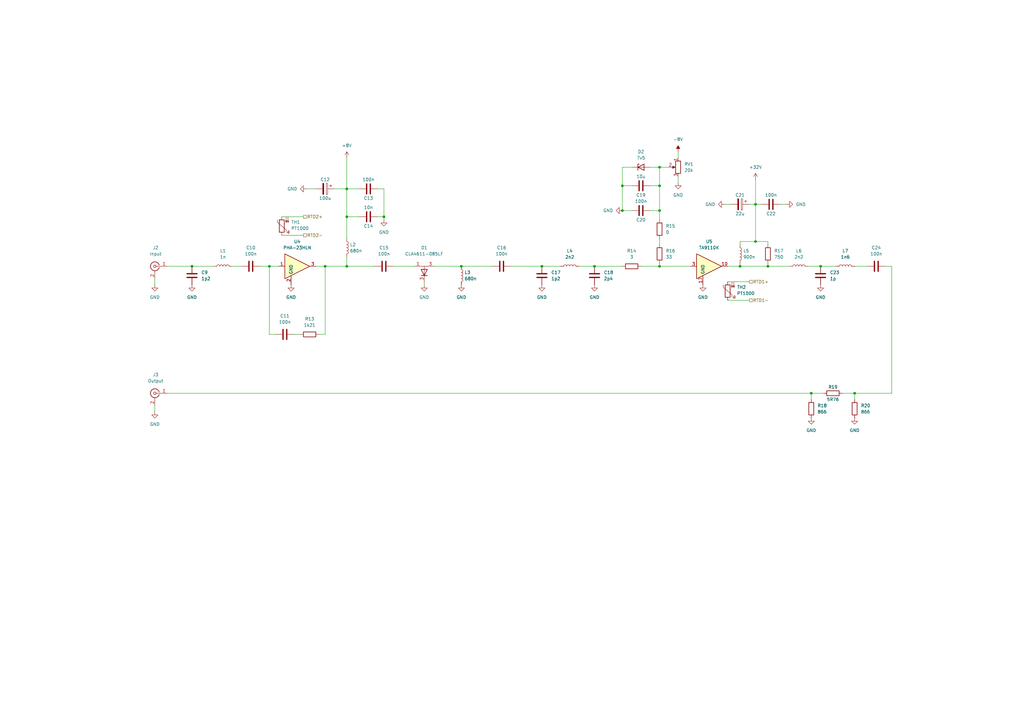
<source format=kicad_sch>
(kicad_sch (version 20211123) (generator eeschema)
  (paper "A3")
  (title_block (title "Usilitel") (date "2022-07-12") (rev "0.1") (company "M-Labs") (comment 1 "Wideband power amplifier") (comment 3 "a.k.a. topquark12") (comment 4 "Alex Wong Tat Hang"))
  (lib_symbols
    (symbol "Connector:Conn_Coaxial" (pin_names (offset 1.016) hide)
      (property "Reference" "J" (at 0.254 3.048 0))
      (property "Value" "Conn_Coaxial" (at 2.921 0 90))
      (symbol "Conn_Coaxial_0_1"
        (arc (start -1.778 -0.508) (mid 0.222 -1.808) (end 1.778 0) (stroke (width 0.254)))
        (polyline (pts (xy -2.54 0) (xy -0.508 0)))
        (polyline (pts (xy 0 -2.54) (xy 0 -1.778)))
        (circle (center 0 0) (radius 0.508) (stroke (width 0.2032)))
        (arc (start 1.778 0) (mid 0.222 1.8083) (end -1.778 0.508) (stroke (width 0.254)))
      )
      (symbol "Conn_Coaxial_1_1"
        (pin passive line (at -5.08 0 0) (length 2.54) (name "In") (number "1"))
        (pin passive line (at 0 -5.08 90) (length 2.54) (name "Ext") (number "2"))
      )
    )
    (symbol "Device:C" (pin_numbers hide) (pin_names (offset 0.254))
      (property "Reference" "C" (at 0.635 2.54 0))
      (property "Value" "C" (at 0.635 -2.54 0))
      (symbol "C_0_1"
        (polyline (pts (xy -2.032 -0.762) (xy 2.032 -0.762)) (stroke (width 0.508)))
        (polyline (pts (xy -2.032 0.762) (xy 2.032 0.762)) (stroke (width 0.508)))
      )
      (symbol "C_1_1"
        (pin passive line (at 0 3.81 270) (length 2.794) (name "~") (number "1"))
        (pin passive line (at 0 -3.81 90) (length 2.794) (name "~") (number "2"))
      )
    )
    (symbol "Device:C_Polarized" (pin_numbers hide) (pin_names (offset 0.254))
      (property "Reference" "C" (at 0.635 2.54 0))
      (property "Value" "C_Polarized" (at 0.635 -2.54 0))
      (symbol "C_Polarized_0_1"
        (rectangle (start -2.286 0.508) (end 2.286 1.016))
        (polyline (pts (xy -1.778 2.286) (xy -0.762 2.286)))
        (polyline (pts (xy -1.27 2.794) (xy -1.27 1.778)))
        (rectangle (start 2.286 -0.508) (end -2.286 -1.016) (fill (type outline)))
      )
      (symbol "C_Polarized_1_1"
        (pin passive line (at 0 3.81 270) (length 2.794) (name "~") (number "1"))
        (pin passive line (at 0 -3.81 90) (length 2.794) (name "~") (number "2"))
      )
    )
    (symbol "Device:D_Zener" (pin_numbers hide) (pin_names (offset 1.016) hide)
      (property "Reference" "D" (at 0 2.54 0))
      (property "Value" "D_Zener" (at 0 -2.54 0))
      (symbol "D_Zener_0_1"
        (polyline (pts (xy 1.27 0) (xy -1.27 0)))
        (polyline (pts (xy -1.27 -1.27) (xy -1.27 1.27) (xy -0.762 1.27)) (stroke (width 0.254)))
        (polyline (pts (xy 1.27 -1.27) (xy 1.27 1.27) (xy -1.27 0) (xy 1.27 -1.27)) (stroke (width 0.254)))
      )
      (symbol "D_Zener_1_1"
        (pin passive line (at -3.81 0 0) (length 2.54) (name "K") (number "1"))
        (pin passive line (at 3.81 0 180) (length 2.54) (name "A") (number "2"))
      )
    )
    (symbol "Device:L" (pin_numbers hide) (pin_names (offset 1.016) hide)
      (property "Reference" "L" (at -1.27 0 90))
      (property "Value" "L" (at 1.905 0 90))
      (symbol "L_0_1"
        (arc (start 0 -2.54) (mid 0.635 -1.905) (end 0 -1.27))
        (arc (start 0 -1.27) (mid 0.635 -0.635) (end 0 0))
        (arc (start 0 0) (mid 0.635 0.635) (end 0 1.27))
        (arc (start 0 1.27) (mid 0.635 1.905) (end 0 2.54))
      )
      (symbol "L_1_1"
        (pin passive line (at 0 3.81 270) (length 1.27) (name "1") (number "1"))
        (pin passive line (at 0 -3.81 90) (length 1.27) (name "2") (number "2"))
      )
    )
    (symbol "Device:R" (pin_numbers hide) (pin_names (offset 0))
      (property "Reference" "R" (at 2.032 0 90))
      (property "Value" "R" (at 0 0 90))
      (symbol "R_0_1"
        (rectangle (start -1.016 -2.54) (end 1.016 2.54) (stroke (width 0.254)))
      )
      (symbol "R_1_1"
        (pin passive line (at 0 3.81 270) (length 1.27) (name "~") (number "1"))
        (pin passive line (at 0 -3.81 90) (length 1.27) (name "~") (number "2"))
      )
    )
    (symbol "Device:R_Potentiometer" (pin_names (offset 1.016) hide)
      (property "Reference" "RV" (at -4.445 0 90))
      (property "Value" "R_Potentiometer" (at -2.54 0 90))
      (symbol "R_Potentiometer_0_1"
        (polyline (pts (xy 2.54 0) (xy 1.524 0)))
        (polyline (pts (xy 1.143 0) (xy 2.286 0.508) (xy 2.286 -0.508) (xy 1.143 0)) (fill (type outline)))
        (rectangle (start 1.016 2.54) (end -1.016 -2.54) (stroke (width 0.254)))
      )
      (symbol "R_Potentiometer_1_1"
        (pin passive line (at 0 3.81 270) (length 1.27) (name "1") (number "1"))
        (pin passive line (at 3.81 0 180) (length 1.27) (name "2") (number "2"))
        (pin passive line (at 0 -3.81 90) (length 1.27) (name "3") (number "3"))
      )
    )
    (symbol "Device:Thermistor_PTC" (pin_numbers hide) (pin_names (offset 0))
      (property "Reference" "TH" (at -4.064 0 90))
      (property "Value" "Thermistor_PTC" (at 3.048 0 90))
      (symbol "Thermistor_PTC_0_1"
        (arc (start -3.048 2.159) (mid -3.0505 2.3165) (end -3.175 2.413))
        (arc (start -3.048 2.159) (mid -2.9736 1.9794) (end -2.794 1.905))
        (arc (start -3.048 2.794) (mid -2.9736 2.6144) (end -2.794 2.54))
        (arc (start -2.794 1.905) (mid -2.6144 1.9794) (end -2.54 2.159))
        (arc (start -2.794 2.54) (mid -2.434 2.5608) (end -2.159 2.794))
        (arc (start -2.794 3.048) (mid -2.9736 2.9736) (end -3.048 2.794))
        (arc (start -2.54 2.794) (mid -2.6144 2.9736) (end -2.794 3.048))
        (rectangle (start -1.016 2.54) (end 1.016 -2.54) (stroke (width 0.254)))
        (polyline (pts (xy -2.54 2.159) (xy -2.54 2.794)))
        (polyline (pts (xy -1.778 2.54) (xy -1.778 1.524) (xy 1.778 -1.524) (xy 1.778 -2.54)))
        (polyline (pts (xy -2.54 -3.683) (xy -2.54 -1.397) (xy -2.794 -2.159) (xy -2.286 -2.159) (xy -2.54 -1.397) (xy -2.54 -1.651)) (fill (type outline)))
        (polyline (pts (xy -1.778 -3.683) (xy -1.778 -1.397) (xy -2.032 -2.159) (xy -1.524 -2.159) (xy -1.778 -1.397) (xy -1.778 -1.651)) (fill (type outline)))
      )
      (symbol "Thermistor_PTC_1_1"
        (pin passive line (at 0 3.81 270) (length 1.27) (name "~") (number "1"))
        (pin passive line (at 0 -3.81 90) (length 1.27) (name "~") (number "2"))
      )
    )
    (symbol "RF_Amplifier:PHA-23HLN"
      (property "Reference" "U" (at -1.27 7.62 0))
      (property "Value" "PHA-23HLN" (at 2.54 5.08 0))
      (symbol "PHA-23HLN_0_1"
        (polyline (pts (xy 5.08 0) (xy -5.08 5.08) (xy -5.08 -5.08) (xy 5.08 0)) (stroke (width 0.254)) (fill (type background)))
      )
      (symbol "PHA-23HLN_1_1"
        (pin input line (at -7.62 0 0) (length 2.54) (name "~") (number "1"))
        (pin power_in line (at -2.54 -7.62 90) (length 3.81) (name "GND") (number "2"))
        (pin output line (at 7.62 0 180) (length 2.54) (name "~") (number "3"))
      )
    )
    (symbol "power:+8V" (power) (pin_names (offset 0))
      (property "Value" "+8V" (at 0 3.556 0))
      (symbol "+8V_0_1"
        (polyline (pts (xy -0.762 1.27) (xy 0 2.54)))
        (polyline (pts (xy 0 0) (xy 0 2.54)))
        (polyline (pts (xy 0 2.54) (xy 0.762 1.27)))
      )
      (symbol "+8V_1_1"
        (pin power_in line (at 0 0 90) (length 0) hide (name "+8V") (number "1"))
      )
    )
    (symbol "power:-8V" (power) (pin_names (offset 0))
      (property "Value" "-8V" (at 0 3.81 0))
      (symbol "-8V_0_0"
        (pin power_in line (at 0 0 90) (length 0) hide (name "-8V") (number "1"))
      )
      (symbol "-8V_0_1"
        (polyline (pts (xy 0 0) (xy 0 1.27) (xy 0.762 1.27) (xy 0 2.54) (xy -0.762 1.27) (xy 0 1.27)) (fill (type outline)))
      )
    )
    (symbol "power:GND" (power) (pin_names (offset 0))
      (property "Value" "GND" (at 0 -3.81 0))
      (symbol "GND_0_1"
        (polyline (pts (xy 0 0) (xy 0 -1.27) (xy 1.27 -1.27) (xy 0 -2.54) (xy -1.27 -1.27) (xy 0 -1.27)))
      )
      (symbol "GND_1_1"
        (pin power_in line (at 0 0 270) (length 0) hide (name "GND") (number "1"))
      )
    )
    (symbol "usilitel:+32V" (power) (pin_names (offset 0))
      (property "Value" "+32V" (at 0 3.556 0))
      (symbol "+32V_0_1"
        (polyline (pts (xy -0.762 1.27) (xy 0 2.54)))
        (polyline (pts (xy 0 0) (xy 0 2.54)))
        (polyline (pts (xy 0 2.54) (xy 0.762 1.27)))
      )
      (symbol "+32V_1_1"
        (pin power_in line (at 0 0 90) (length 0) hide (name "+32V") (number "1"))
      )
    )
    (symbol "usilitel:CLA4611-085LF"
      (property "Reference" "D" (at 0 2.54 0))
      (property "Value" "CLA4611-085LF" (at 0 5.08 0))
      (symbol "CLA4611-085LF_0_1"
        (polyline (pts (xy -1.27 -3.81) (xy 1.27 -3.81)) (stroke (width 0.254)))
        (polyline (pts (xy -1.27 0) (xy 1.27 0)))
        (polyline (pts (xy 0 -1.27) (xy 0 -3.81)))
        (polyline (pts (xy 0 -1.27) (xy 0 0)))
        (polyline (pts (xy -1.27 -1.27) (xy 1.27 -1.27) (xy 0 -3.81) (xy -1.27 -1.27)) (stroke (width 0.254)))
      )
      (symbol "CLA4611-085LF_1_1"
        (pin passive line (at -3.81 0 0) (length 2.54) (name "A") (number "1"))
        (pin passive line (at 3.81 0 180) (length 2.54) (name "A") (number "3"))
        (pin passive line (at 0 -6.35 90) (length 2.54) (name "K") (number "3"))
      )
    )
    (symbol "usilitel:TA9110K"
      (property "Reference" "U" (at 5.08 7.62 0))
      (property "Value" "TA9110K" (at 5.08 5.08 0))
      (symbol "TA9110K_0_0"
        (pin power_in line (at 0 -7.62 90) (length 2.54) hide (name "GND") (number "1"))
        (pin power_in line (at 0 -7.62 90) (length 2.54) hide (name "GND") (number "11"))
        (pin power_in line (at 0 -7.62 90) (length 2.54) hide (name "GND") (number "12"))
        (pin power_in line (at 0 -7.62 90) (length 2.54) hide (name "GND") (number "13"))
        (pin power_in line (at 0 -7.62 90) (length 2.54) hide (name "GND") (number "14"))
        (pin power_in line (at 0 -7.62 90) (length 2.54) hide (name "GND") (number "15"))
        (pin power_in line (at 0 -7.62 90) (length 2.54) hide (name "GND") (number "16"))
        (pin power_in line (at 0 -7.62 90) (length 2.54) hide (name "GND") (number "2"))
        (pin power_in line (at 0 -7.62 90) (length 2.54) hide (name "GND") (number "4"))
        (pin power_in line (at 0 -7.62 90) (length 2.54) hide (name "GND") (number "5"))
        (pin power_in line (at 0 -7.62 90) (length 2.54) hide (name "GND") (number "6"))
        (pin power_in line (at 0 -7.62 90) (length 2.54) hide (name "GND") (number "7"))
        (pin power_in line (at 0 -7.62 90) (length 2.54) hide (name "GND") (number "8"))
        (pin power_in line (at 0 -7.62 90) (length 2.54) hide (name "GND") (number "9"))
      )
      (symbol "TA9110K_0_1"
        (polyline (pts (xy 7.62 0) (xy -2.54 5.08) (xy -2.54 -5.08) (xy 7.62 0)) (stroke (width 0.254)) (fill (type background)))
      )
      (symbol "TA9110K_1_1"
        (pin output line (at 10.16 0 180) (length 2.54) (name "~") (number "10"))
        (pin power_in line (at 0 -7.62 90) (length 3.81) (name "GND") (number "17"))
        (pin input line (at -5.08 0 0) (length 2.54) (name "~") (number "3"))
      )
    )
  )
  (junction (at 142.24 88.9))
  (junction (at 270.51 109.22))
  (junction (at 78.74 109.22))
  (junction (at 270.51 68.58))
  (junction (at 270.51 76.2))
  (junction (at 255.27 86.36))
  (junction (at 243.84 109.22))
  (junction (at 350.52 161.29))
  (junction (at 133.35 109.22))
  (junction (at 332.74 161.29))
  (junction (at 157.48 88.9))
  (junction (at 314.96 109.22))
  (junction (at 255.27 76.2))
  (junction (at 309.88 99.06))
  (junction (at 142.24 77.47))
  (junction (at 110.49 109.22))
  (junction (at 142.24 109.22))
  (junction (at 336.55 109.22))
  (junction (at 270.51 86.36))
  (junction (at 303.53 109.22))
  (junction (at 189.23 109.22))
  (junction (at 222.25 109.22))
  (junction (at 309.88 83.82))
  (wire (pts (xy 303.53 107.95) (xy 303.53 109.22)))
  (wire (pts (xy 243.84 109.22) (xy 255.27 109.22)))
  (wire (pts (xy 266.7 76.2) (xy 270.51 76.2)))
  (wire (pts (xy 106.68 109.22) (xy 110.49 109.22)))
  (wire (pts (xy 63.5 168.91) (xy 63.5 166.37)))
  (wire (pts (xy 298.45 123.19) (xy 307.34 123.19)))
  (wire (pts (xy 274.32 68.58) (xy 270.51 68.58)))
  (wire (pts (xy 332.74 161.29) (xy 332.74 163.83)))
  (wire (pts (xy 350.52 161.29) (xy 365.76 161.29)))
  (wire (pts (xy 115.57 96.52) (xy 124.46 96.52)))
  (wire (pts (xy 309.88 99.06) (xy 314.96 99.06)))
  (wire (pts (xy 177.8 109.22) (xy 189.23 109.22)))
  (wire (pts (xy 303.53 100.33) (xy 303.53 99.06)))
  (wire (pts (xy 157.48 88.9) (xy 157.48 77.47)))
  (wire (pts (xy 209.55 109.22) (xy 222.25 109.22)))
  (wire (pts (xy 266.7 86.36) (xy 270.51 86.36)))
  (wire (pts (xy 278.13 62.23) (xy 278.13 64.77)))
  (wire (pts (xy 173.99 116.84) (xy 173.99 115.57)))
  (wire (pts (xy 133.35 137.16) (xy 133.35 109.22)))
  (wire (pts (xy 142.24 88.9) (xy 147.32 88.9)))
  (wire (pts (xy 365.76 109.22) (xy 363.22 109.22)))
  (wire (pts (xy 120.65 137.16) (xy 123.19 137.16)))
  (wire (pts (xy 113.03 137.16) (xy 110.49 137.16)))
  (wire (pts (xy 255.27 68.58) (xy 259.08 68.58)))
  (wire (pts (xy 78.74 109.22) (xy 87.63 109.22)))
  (wire (pts (xy 270.51 97.79) (xy 270.51 100.33)))
  (wire (pts (xy 115.57 88.9) (xy 124.46 88.9)))
  (wire (pts (xy 110.49 109.22) (xy 114.3 109.22)))
  (wire (pts (xy 314.96 109.22) (xy 303.53 109.22)))
  (wire (pts (xy 161.29 109.22) (xy 170.18 109.22)))
  (wire (pts (xy 314.96 109.22) (xy 323.85 109.22)))
  (wire (pts (xy 130.81 137.16) (xy 133.35 137.16)))
  (wire (pts (xy 142.24 109.22) (xy 153.67 109.22)))
  (wire (pts (xy 314.96 99.06) (xy 314.96 100.33)))
  (wire (pts (xy 63.5 116.84) (xy 63.5 114.3)))
  (wire (pts (xy 303.53 99.06) (xy 309.88 99.06)))
  (wire (pts (xy 255.27 76.2) (xy 255.27 68.58)))
  (wire (pts (xy 142.24 77.47) (xy 147.32 77.47)))
  (wire (pts (xy 270.51 109.22) (xy 283.21 109.22)))
  (wire (pts (xy 142.24 88.9) (xy 142.24 77.47)))
  (wire (pts (xy 137.16 77.47) (xy 142.24 77.47)))
  (wire (pts (xy 309.88 83.82) (xy 309.88 99.06)))
  (wire (pts (xy 365.76 161.29) (xy 365.76 109.22)))
  (wire (pts (xy 350.52 109.22) (xy 355.6 109.22)))
  (wire (pts (xy 189.23 109.22) (xy 201.93 109.22)))
  (wire (pts (xy 298.45 115.57) (xy 307.34 115.57)))
  (wire (pts (xy 266.7 68.58) (xy 270.51 68.58)))
  (wire (pts (xy 222.25 109.22) (xy 229.87 109.22)))
  (wire (pts (xy 255.27 86.36) (xy 255.27 76.2)))
  (wire (pts (xy 336.55 109.22) (xy 342.9 109.22)))
  (wire (pts (xy 157.48 77.47) (xy 154.94 77.47)))
  (wire (pts (xy 332.74 161.29) (xy 337.82 161.29)))
  (wire (pts (xy 142.24 88.9) (xy 142.24 97.79)))
  (wire (pts (xy 157.48 88.9) (xy 157.48 90.17)))
  (wire (pts (xy 345.44 161.29) (xy 350.52 161.29)))
  (wire (pts (xy 133.35 109.22) (xy 129.54 109.22)))
  (wire (pts (xy 133.35 109.22) (xy 142.24 109.22)))
  (wire (pts (xy 320.04 83.82) (xy 322.58 83.82)))
  (wire (pts (xy 278.13 72.39) (xy 278.13 74.93)))
  (wire (pts (xy 270.51 68.58) (xy 270.51 76.2)))
  (wire (pts (xy 262.89 109.22) (xy 270.51 109.22)))
  (wire (pts (xy 270.51 76.2) (xy 270.51 86.36)))
  (wire (pts (xy 237.49 109.22) (xy 243.84 109.22)))
  (wire (pts (xy 110.49 137.16) (xy 110.49 109.22)))
  (wire (pts (xy 331.47 109.22) (xy 336.55 109.22)))
  (wire (pts (xy 350.52 161.29) (xy 350.52 163.83)))
  (wire (pts (xy 270.51 107.95) (xy 270.51 109.22)))
  (wire (pts (xy 309.88 73.66) (xy 309.88 83.82)))
  (wire (pts (xy 307.34 83.82) (xy 309.88 83.82)))
  (wire (pts (xy 142.24 64.77) (xy 142.24 77.47)))
  (wire (pts (xy 154.94 88.9) (xy 157.48 88.9)))
  (wire (pts (xy 142.24 105.41) (xy 142.24 109.22)))
  (wire (pts (xy 270.51 86.36) (xy 270.51 90.17)))
  (wire (pts (xy 303.53 109.22) (xy 298.45 109.22)))
  (wire (pts (xy 95.25 109.22) (xy 99.06 109.22)))
  (wire (pts (xy 314.96 107.95) (xy 314.96 109.22)))
  (wire (pts (xy 309.88 83.82) (xy 312.42 83.82)))
  (wire (pts (xy 255.27 86.36) (xy 259.08 86.36)))
  (wire (pts (xy 255.27 76.2) (xy 259.08 76.2)))
  (wire (pts (xy 125.73 77.47) (xy 129.54 77.47)))
  (wire (pts (xy 68.58 109.22) (xy 78.74 109.22)))
  (wire (pts (xy 68.58 161.29) (xy 332.74 161.29)))
  (wire (pts (xy 299.72 83.82) (xy 297.18 83.82)))
  (hierarchical_label "RTD2-" (shape passive) (at 124.46 96.52 0))
  (hierarchical_label "RTD2+" (shape passive) (at 124.46 88.9 0))
  (hierarchical_label "RTD1-" (shape passive) (at 307.34 123.19 0))
  (hierarchical_label "RTD1+" (shape passive) (at 307.34 115.57 0))
  (symbol (lib_id "Device:L") (at 142.24 101.6 0) (unit 1)
    (property "Reference" "L2" (at 143.51 100.3299 0) (effects (justify left)))
    (property "Value" "680n" (at 143.51 102.8699 0) (effects (justify left)))
    (property "Footprint" "Inductor_SMD:L_0805_2012Metric" (effects hide))
    (property "MFR_PN" "0805LS-681XJRC" (effects hide))
    (property "MFR_PN_ALT" "0805LS-681XJEC" (effects hide))
  )
  (symbol (lib_id "power:GND") (at 63.5 168.91 0) (unit 1)
    (property "Reference" "#PWR024" (effects hide))
    (property "Value" "GND" (at 63.5 173.99 0))
  )
  (symbol (lib_id "usilitel:CLA4611-085LF") (at 173.99 109.22 0) (unit 1)
    (property "Reference" "D1" (at 173.99 101.6 0))
    (property "Value" "CLA4611-085LF" (at 173.99 104.14 0))
    (property "Footprint" "usilitel:CLA4611-085LF" (effects hide))
    (property "MFR_PN" "CLA4611-085LF" (effects hide))
  )
  (symbol (lib_id "RF_Amplifier:PHA-23HLN") (at 121.92 109.22 0) (unit 1)
    (property "Reference" "U4" (at 121.92 99.06 0))
    (property "Value" "PHA-23HLN" (at 121.92 101.6 0))
    (property "Footprint" "Package_TO_SOT_SMD:SOT-89-3" (effects hide))
    (property "Datasheet" "https://www.minicircuits.com/pdfs/PHA-23HLN+.pdf" (effects hide))
    (property "MFR_PN" "PHA-23HLN+" (effects hide))
  )
  (symbol (lib_id "power:GND") (at 288.29 116.84 0) (unit 1)
    (property "Reference" "#PWR037" (effects hide))
    (property "Value" "GND" (at 288.29 121.92 0))
  )
  (symbol (lib_id "Device:Thermistor_PTC") (at 298.45 119.38 180) (unit 1)
    (property "Reference" "TH2" (at 302.26 117.7924 0) (effects (justify right)))
    (property "Value" "PT1000" (at 302.26 120.3324 0) (effects (justify right)))
    (property "Footprint" "Resistor_SMD:R_0603_1608Metric" (effects hide))
    (property "MFR_PN" "32207637" (effects hide))
    (property "MFR_PN_ALT" "32207638" (effects hide))
  )
  (symbol (lib_id "power:GND") (at 336.55 116.84 0) (unit 1)
    (property "Reference" "#PWR042" (effects hide))
    (property "Value" "GND" (at 336.55 121.92 0))
  )
  (symbol (lib_id "Device:L") (at 91.44 109.22 90) (unit 1)
    (property "Reference" "L1" (at 91.44 102.87 90))
    (property "Value" "1n" (at 91.44 105.41 90))
    (property "Footprint" "Inductor_SMD:L_0402_1005Metric" (effects hide))
    (property "MFR_PN" "0402DC-1N0XJRW" (effects hide))
  )
  (symbol (lib_id "Device:R") (at 259.08 109.22 90) (unit 1)
    (property "Reference" "R14" (at 259.08 102.87 90))
    (property "Value" "3" (at 259.08 105.41 90))
    (property "Footprint" "Resistor_SMD:R_0603_1608Metric" (effects hide))
    (property "MFR_PN" "RK73H1JTTD3R00F" (effects hide))
    (property "MFR_PN_ALT" "RT0603FRE073RL" (effects hide))
  )
  (symbol (lib_id "Device:R") (at 341.63 161.29 90) (unit 1)
    (property "Reference" "R19" (at 341.63 158.75 90))
    (property "Value" "5R76" (at 341.63 163.83 90))
    (property "Footprint" "Resistor_SMD:R_1206_3216Metric" (effects hide))
    (property "MFR_PN" "CRCW12065R76FKEA" (effects hide))
    (property "MFR_PN_ALT" "RK73H2BTTD5R76F" (effects hide))
  )
  (symbol (lib_id "Device:C") (at 243.84 113.03 0) (unit 1)
    (property "Reference" "C18" (at 247.65 111.7599 0) (effects (justify left)))
    (property "Value" "2p4" (at 247.65 114.2999 0) (effects (justify left)))
    (property "Footprint" "Capacitor_SMD:C_0603_1608Metric" (effects hide))
    (property "MFR_PN" "CL10C2R4CB8NNNC" (effects hide))
    (property "MFR_PN_ALT" "251R14S2R4BV4T" (effects hide))
  )
  (symbol (lib_id "power:GND") (at 297.18 83.82 270) (unit 1)
    (property "Reference" "#PWR038" (effects hide))
    (property "Value" "GND" (at 293.37 83.8199 90) (effects (justify right)))
  )
  (symbol (lib_id "Device:R") (at 127 137.16 90) (unit 1)
    (property "Reference" "R13" (at 127 130.81 90))
    (property "Value" "1k21" (at 127 133.35 90))
    (property "Footprint" "Resistor_SMD:R_0603_1608Metric" (effects hide))
    (property "MFR_PN" "RMCF0603FT1K21" (effects hide))
    (property "MFR_PN_ALT" "CR0603-FX-1211ELF" (effects hide))
  )
  (symbol (lib_id "Connector:Conn_Coaxial") (at 63.5 161.29 0) (mirror y) (unit 1)
    (property "Reference" "J3" (at 63.8174 153.67 0))
    (property "Value" "Output" (at 63.8174 156.21 0))
    (property "Footprint" "Connector_Coaxial:SMA_Amphenol_132203-12_Horizontal" (effects hide))
    (property "Datasheet" " ~" (effects hide))
    (property "MFR_PN" "132203-12" (effects hide))
  )
  (symbol (lib_id "Device:C") (at 336.55 113.03 0) (unit 1)
    (property "Reference" "C23" (at 340.36 111.7599 0) (effects (justify left)))
    (property "Value" "1p" (at 340.36 114.2999 0) (effects (justify left)))
    (property "Footprint" "Capacitor_SMD:C_0603_1608Metric" (effects hide))
    (property "MFR_PN" "251R14S1R0BV4T" (effects hide))
    (property "MFR_PN_ALT" "600S1R0BT250XT" (effects hide))
  )
  (symbol (lib_id "Device:R") (at 270.51 104.14 0) (unit 1)
    (property "Reference" "R16" (at 273.05 102.8699 0) (effects (justify left)))
    (property "Value" "33" (at 273.05 105.4099 0) (effects (justify left)))
    (property "Footprint" "Resistor_SMD:R_0603_1608Metric" (effects hide))
    (property "MFR_PN" "WR06X33R0FTL" (effects hide))
    (property "MFR_PN_ALT" "RC0603FR-0733RL" (effects hide))
  )
  (symbol (lib_id "Connector:Conn_Coaxial") (at 63.5 109.22 0) (mirror y) (unit 1)
    (property "Reference" "J2" (at 63.8174 101.6 0))
    (property "Value" "Input" (at 63.8174 104.14 0))
    (property "Footprint" "Connector_Coaxial:SMA_Amphenol_132203-12_Horizontal" (effects hide))
    (property "Datasheet" " ~" (effects hide))
    (property "MFR_PN" "132203-12" (effects hide))
  )
  (symbol (lib_id "Device:C_Polarized") (at 303.53 83.82 270) (unit 1)
    (property "Reference" "C21" (at 303.53 80.01 90))
    (property "Value" "22u" (at 303.53 87.63 90))
    (property "Footprint" "Capacitor_Tantalum_SMD:CP_EIA-7343-30_AVX-N" (effects hide))
    (property "MFR_PN" "TCJD226M050R0090E" (effects hide))
    (property "MFR_PN_ALT" "TCJE226M050R0075E" (effects hide))
  )
  (symbol (lib_id "Device:C") (at 262.89 76.2 90) (unit 1)
    (property "Reference" "C19" (at 262.89 80.01 90))
    (property "Value" "10u" (at 262.89 72.39 90))
    (property "Footprint" "Capacitor_SMD:C_1210_3225Metric" (effects hide))
    (property "MFR_PN" "CL32B106KBJNNNE" (effects hide))
    (property "MFR_PN_ALT" "CL32B106KBJNNWE" (effects hide))
  )
  (symbol (lib_id "power:GND") (at 332.74 171.45 0) (unit 1)
    (property "Reference" "#PWR041" (effects hide))
    (property "Value" "GND" (at 332.74 176.53 0))
  )
  (symbol (lib_id "Device:C") (at 359.41 109.22 90) (unit 1)
    (property "Reference" "C24" (at 359.41 101.6 90))
    (property "Value" "100n" (at 359.41 104.14 90))
    (property "Footprint" "Capacitor_SMD:C_0603_1608Metric" (effects hide))
    (property "MFR_PN" "CL10B104KB8NNNL" (effects hide))
    (property "MFR_PN_ALT" "CL10B104KB8NNWC" (effects hide))
  )
  (symbol (lib_id "Device:R") (at 270.51 93.98 0) (unit 1)
    (property "Reference" "R15" (at 273.05 92.7099 0) (effects (justify left)))
    (property "Value" "0" (at 273.05 95.2499 0) (effects (justify left)))
    (property "Footprint" "Resistor_SMD:R_0603_1608Metric" (effects hide))
    (property "MFR_PN" "RMCF0603ZT0R00" (effects hide))
    (property "MFR_PN_ALT" "RC0603FR-070RL" (effects hide))
  )
  (symbol (lib_id "Device:C") (at 205.74 109.22 90) (unit 1)
    (property "Reference" "C16" (at 205.74 101.6 90))
    (property "Value" "100n" (at 205.74 104.14 90))
    (property "Footprint" "Capacitor_SMD:C_0603_1608Metric" (effects hide))
    (property "MFR_PN" "CL10B104KB8NNNL" (effects hide))
    (property "MFR_PN_ALT" "CL10B104KB8NNWC" (effects hide))
  )
  (symbol (lib_id "Device:C") (at 157.48 109.22 90) (unit 1)
    (property "Reference" "C15" (at 157.48 101.6 90))
    (property "Value" "100n" (at 157.48 104.14 90))
    (property "Footprint" "Capacitor_SMD:C_0603_1608Metric" (effects hide))
    (property "MFR_PN" "CL10B104KB8NNNL" (effects hide))
    (property "MFR_PN_ALT" "CL10B104KB8NNWC" (effects hide))
  )
  (symbol (lib_id "Device:C") (at 116.84 137.16 90) (unit 1)
    (property "Reference" "C11" (at 116.84 129.54 90))
    (property "Value" "100n" (at 116.84 132.08 90))
    (property "Footprint" "Capacitor_SMD:C_0603_1608Metric" (effects hide))
    (property "MFR_PN" "CL10B104KB8NNNL" (effects hide))
    (property "MFR_PN_ALT" "CL10B104KB8NNWC" (effects hide))
  )
  (symbol (lib_id "power:-8V") (at 278.13 62.23 0) (unit 1)
    (property "Reference" "#PWR035" (effects hide))
    (property "Value" "-8V" (at 278.13 57.15 0))
  )
  (symbol (lib_id "power:GND") (at 350.52 171.45 0) (unit 1)
    (property "Reference" "#PWR043" (effects hide))
    (property "Value" "GND" (at 350.52 176.53 0))
  )
  (symbol (lib_id "power:GND") (at 157.48 90.17 0) (unit 1)
    (property "Reference" "#PWR029" (effects hide))
    (property "Value" "GND" (at 157.48 95.25 0))
  )
  (symbol (lib_id "power:+8V") (at 142.24 64.77 0) (unit 1)
    (property "Reference" "#PWR028" (effects hide))
    (property "Value" "+8V" (at 142.24 59.69 0))
  )
  (symbol (lib_id "Device:C") (at 316.23 83.82 90) (unit 1)
    (property "Reference" "C22" (at 316.23 87.63 90))
    (property "Value" "100n" (at 316.23 80.01 90))
    (property "Footprint" "Capacitor_SMD:C_0603_1608Metric" (effects hide))
    (property "MFR_PN" "CL10B104KB8NNNL" (effects hide))
    (property "MFR_PN_ALT" "CL10B104KB8NNWC" (effects hide))
  )
  (symbol (lib_id "power:GND") (at 63.5 116.84 0) (unit 1)
    (property "Reference" "#PWR023" (effects hide))
    (property "Value" "GND" (at 63.5 121.92 0))
  )
  (symbol (lib_id "Device:L") (at 189.23 113.03 0) (unit 1)
    (property "Reference" "L3" (at 190.5 111.7599 0) (effects (justify left)))
    (property "Value" "680n" (at 190.5 114.2999 0) (effects (justify left)))
    (property "Footprint" "Inductor_SMD:L_0805_2012Metric" (effects hide))
    (property "MFR_PN" "0805LS-681XJRC" (effects hide))
    (property "MFR_PN_ALT" "0805LS-681XJEC" (effects hide))
  )
  (symbol (lib_id "Device:C") (at 151.13 88.9 90) (unit 1)
    (property "Reference" "C14" (at 151.13 92.71 90))
    (property "Value" "10n" (at 151.13 85.09 90))
    (property "Footprint" "Capacitor_SMD:C_0603_1608Metric" (effects hide))
    (property "MFR_PN" "CL10B103KB8NNNC" (effects hide))
    (property "MFR_PN_ALT" "06035C103KAT4A" (effects hide))
  )
  (symbol (lib_id "power:GND") (at 189.23 116.84 0) (unit 1)
    (property "Reference" "#PWR031" (effects hide))
    (property "Value" "GND" (at 189.23 121.92 0))
  )
  (symbol (lib_id "Device:R") (at 332.74 167.64 0) (unit 1)
    (property "Reference" "R18" (at 335.28 166.3699 0) (effects (justify left)))
    (property "Value" "866" (at 335.28 168.9099 0) (effects (justify left)))
    (property "Footprint" "Resistor_SMD:R_0805_2012Metric" (effects hide))
    (property "MFR_PN" "1-2176092-2" (effects hide))
    (property "MFR_PN_ALT" "ERJ-PB6B8660V" (effects hide))
  )
  (symbol (lib_id "Device:C") (at 222.25 113.03 0) (unit 1)
    (property "Reference" "C17" (at 226.06 111.7599 0) (effects (justify left)))
    (property "Value" "1p2" (at 226.06 114.2999 0) (effects (justify left)))
    (property "Footprint" "Capacitor_SMD:C_0603_1608Metric" (effects hide))
    (property "MFR_PN" "251R14S1R2BV4T" (effects hide))
    (property "MFR_PN_ALT" "06035A1R2CAT2A" (effects hide))
  )
  (symbol (lib_id "Device:C") (at 102.87 109.22 90) (unit 1)
    (property "Reference" "C10" (at 102.87 101.6 90))
    (property "Value" "100n" (at 102.87 104.14 90))
    (property "Footprint" "Capacitor_SMD:C_0603_1608Metric" (effects hide))
    (property "MFR_PN" "CL10B104KB8NNNL" (effects hide))
    (property "MFR_PN_ALT" "CL10B104KB8NNWC" (effects hide))
  )
  (symbol (lib_id "power:GND") (at 125.73 77.47 270) (unit 1)
    (property "Reference" "#PWR027" (effects hide))
    (property "Value" "GND" (at 121.92 77.4699 90) (effects (justify right)))
  )
  (symbol (lib_id "usilitel:TA9110K") (at 288.29 109.22 0) (unit 1)
    (property "Reference" "U5" (at 290.83 99.06 0))
    (property "Value" "TA9110K" (at 290.83 101.6 0))
    (property "Footprint" "Package_DFN_QFN:QFN-16-1EP_3x3mm_P0.5mm_EP1.7x1.7mm" (effects hide))
    (property "MFR_PN" "TA9110K" (effects hide))
  )
  (symbol (lib_id "usilitel:+32V") (at 309.88 73.66 0) (unit 1)
    (property "Reference" "#PWR013" (effects hide))
    (property "Value" "+32V" (at 309.88 68.58 0))
  )
  (symbol (lib_id "Device:D_Zener") (at 262.89 68.58 0) (unit 1)
    (property "Reference" "D2" (at 262.89 62.23 0))
    (property "Value" "7v5" (at 262.89 64.77 0))
    (property "Footprint" "Diode_SMD:D_SOD-123" (effects hide))
    (property "MFR_PN" "BZT52C7V5-7-F" (effects hide))
    (property "MFR_PN_ALT" "DDZ9693-7" (effects hide))
  )
  (symbol (lib_id "power:GND") (at 222.25 116.84 0) (unit 1)
    (property "Reference" "#PWR032" (effects hide))
    (property "Value" "GND" (at 222.25 121.92 0))
  )
  (symbol (lib_id "Device:C") (at 151.13 77.47 90) (unit 1)
    (property "Reference" "C13" (at 151.13 81.28 90))
    (property "Value" "100n" (at 151.13 73.66 90))
    (property "Footprint" "Capacitor_SMD:C_0603_1608Metric" (effects hide))
    (property "MFR_PN" "CL10B104KB8NNNL" (effects hide))
    (property "MFR_PN_ALT" "CL10B104KB8NNWC" (effects hide))
  )
  (symbol (lib_id "power:GND") (at 173.99 116.84 0) (unit 1)
    (property "Reference" "#PWR030" (effects hide))
    (property "Value" "GND" (at 173.99 121.92 0))
  )
  (symbol (lib_id "Device:L") (at 233.68 109.22 90) (unit 1)
    (property "Reference" "L4" (at 233.68 102.87 90))
    (property "Value" "2n2" (at 233.68 105.41 90))
    (property "Footprint" "Inductor_SMD:L_0402_1005Metric" (effects hide))
    (property "MFR_PN" "0402DC-2N2XJRW" (effects hide))
  )
  (symbol (lib_id "Device:Thermistor_PTC") (at 115.57 92.71 180) (unit 1)
    (property "Reference" "TH1" (at 119.38 91.1224 0) (effects (justify right)))
    (property "Value" "PT1000" (at 119.38 93.6624 0) (effects (justify right)))
    (property "Footprint" "Resistor_SMD:R_0603_1608Metric" (effects hide))
    (property "MFR_PN" "32207637" (effects hide))
    (property "MFR_PN_ALT" "32207638" (effects hide))
  )
  (symbol (lib_id "Device:C") (at 78.74 113.03 0) (unit 1)
    (property "Reference" "C9" (at 82.55 111.76 0) (effects (justify left)))
    (property "Value" "1p2" (at 82.55 114.3 0) (effects (justify left)))
    (property "Footprint" "Capacitor_SMD:C_0603_1608Metric" (effects hide))
    (property "MFR_PN" "251R14S1R2BV4T" (effects hide))
    (property "MFR_PN_ALT" "06035A1R2CAT2A" (effects hide))
  )
  (symbol (lib_id "power:GND") (at 278.13 74.93 0) (unit 1)
    (property "Reference" "#PWR036" (effects hide))
    (property "Value" "GND" (at 278.13 80.01 0))
  )
  (symbol (lib_id "power:GND") (at 243.84 116.84 0) (unit 1)
    (property "Reference" "#PWR033" (effects hide))
    (property "Value" "GND" (at 243.84 121.92 0))
  )
  (symbol (lib_id "power:GND") (at 255.27 86.36 270) (unit 1)
    (property "Reference" "#PWR034" (effects hide))
    (property "Value" "GND" (at 251.46 86.3599 90) (effects (justify right)))
  )
  (symbol (lib_id "Device:R") (at 314.96 104.14 0) (unit 1)
    (property "Reference" "R17" (at 317.5 102.8699 0) (effects (justify left)))
    (property "Value" "750" (at 317.5 105.4099 0) (effects (justify left)))
    (property "Footprint" "Resistor_SMD:R_0603_1608Metric" (effects hide))
    (property "MFR_PN" "RNCP0603FTD750R" (effects hide))
    (property "MFR_PN_ALT" "CR0603-FX-7500ELF" (effects hide))
  )
  (symbol (lib_id "Device:L") (at 327.66 109.22 90) (unit 1)
    (property "Reference" "L6" (at 327.66 102.87 90))
    (property "Value" "2n2" (at 327.66 105.41 90))
    (property "Footprint" "Inductor_SMD:L_0402_1005Metric" (effects hide))
    (property "MFR_PN" "0402DC-2N2XJRW" (effects hide))
  )
  (symbol (lib_id "Device:R_Potentiometer") (at 278.13 68.58 0) (mirror y) (unit 1)
    (property "Reference" "RV1" (at 280.67 67.3099 0) (effects (justify right)))
    (property "Value" "20k" (at 280.67 69.8499 0) (effects (justify right)))
    (property "Footprint" "Potentiometer_SMD:Potentiometer_Bourns_3224J_Horizontal" (effects hide))
    (property "MFR_PN" "3224J-1-203E" (effects hide))
    (property "MFR_PN_ALT" "3224W-1-203E" (effects hide))
  )
  (symbol (lib_id "Device:L") (at 303.53 104.14 0) (unit 1)
    (property "Reference" "L5" (at 304.8 102.8699 0) (effects (justify left)))
    (property "Value" "900n" (at 304.8 105.4099 0) (effects (justify left)))
    (property "Footprint" "Inductor_SMD:L_1008_2520Metric" (effects hide))
    (property "MFR_PN" "1008AF-901XJRC" (effects hide))
    (property "MFR_PN_ALT" "1008AF-901XKRC" (effects hide))
  )
  (symbol (lib_id "Device:C_Polarized") (at 133.35 77.47 270) (unit 1)
    (property "Reference" "C12" (at 133.35 73.66 90))
    (property "Value" "100u" (at 133.35 81.28 90))
    (property "Footprint" "Capacitor_Tantalum_SMD:CP_EIA-7343-30_AVX-N" (effects hide))
    (property "MFR_PN" "TCJD107M025R0055" (effects hide))
    (property "MFR_PN_ALT" "TCJD107M025R0055E" (effects hide))
  )
  (symbol (lib_id "power:GND") (at 78.74 116.84 0) (unit 1)
    (property "Reference" "#PWR025" (effects hide))
    (property "Value" "GND" (at 78.74 121.92 0))
  )
  (symbol (lib_id "Device:R") (at 350.52 167.64 0) (unit 1)
    (property "Reference" "R20" (at 353.06 166.3699 0) (effects (justify left)))
    (property "Value" "866" (at 353.06 168.9099 0) (effects (justify left)))
    (property "Footprint" "Resistor_SMD:R_0805_2012Metric" (effects hide))
    (property "MFR_PN" "1-2176092-2" (effects hide))
    (property "MFR_PN_ALT" "ERJ-PB6B8660V" (effects hide))
  )
  (symbol (lib_id "power:GND") (at 322.58 83.82 90) (unit 1)
    (property "Reference" "#PWR040" (effects hide))
    (property "Value" "GND" (at 326.39 83.8199 90) (effects (justify right)))
  )
  (symbol (lib_id "Device:L") (at 346.71 109.22 90) (unit 1)
    (property "Reference" "L7" (at 346.71 102.87 90))
    (property "Value" "1n6" (at 346.71 105.41 90))
    (property "Footprint" "Inductor_SMD:L_0603_1608Metric" (effects hide))
    (property "MFR_PN" "0603HC-1N6XJEW" (effects hide))
    (property "MFR_PN_ALT" "	0603HC-1N6XJLW" (effects hide))
  )
  (symbol (lib_id "power:GND") (at 119.38 116.84 0) (unit 1)
    (property "Reference" "#PWR026" (effects hide))
    (property "Value" "GND" (at 119.38 121.92 0))
  )
  (symbol (lib_id "Device:C") (at 262.89 86.36 90) (unit 1)
    (property "Reference" "C20" (at 262.89 90.17 90))
    (property "Value" "100n" (at 262.89 82.55 90))
    (property "Footprint" "Capacitor_SMD:C_0603_1608Metric" (effects hide))
    (property "MFR_PN" "CL10B104KB8NNNL" (effects hide))
    (property "MFR_PN_ALT" "CL10B104KB8NNWC" (effects hide))
  )
)
</source>
